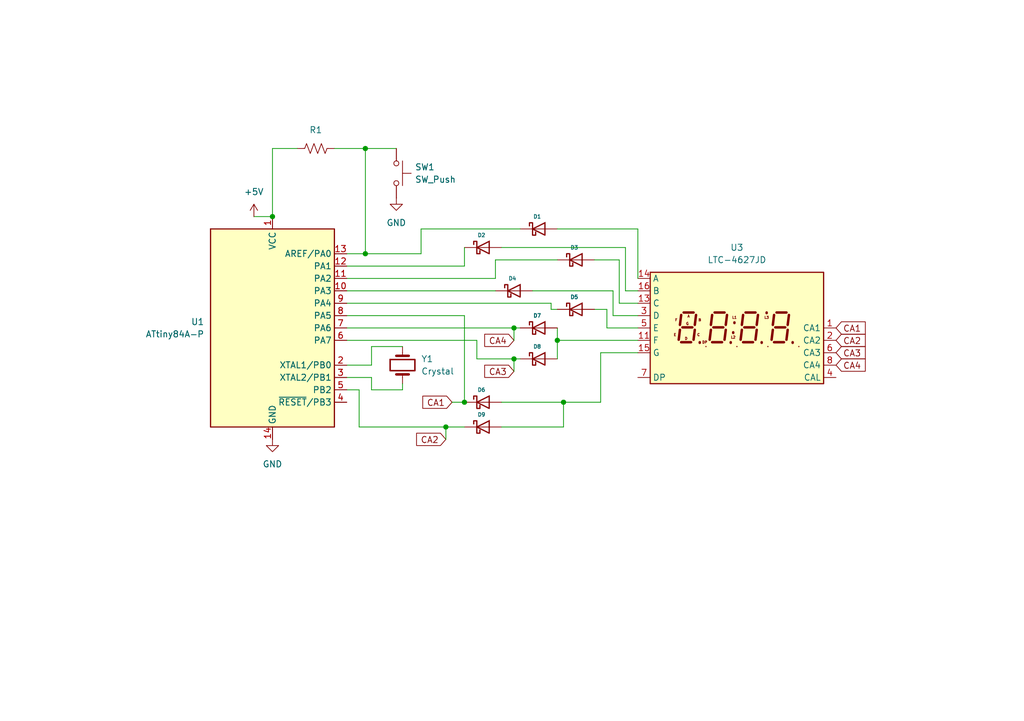
<source format=kicad_sch>
(kicad_sch (version 20250114) (generator "eeschema") (generator_version "9.0")
  (paper "A5")
  (title_block (title "Daft Watch"))
  (lib_symbols
    (symbol "Device:Crystal" (pin_numbers (hide yes)) (pin_names (offset 1.016) (hide yes))
      (property "Reference" "Y" (at 0 3.81 0))
      (property "Value" "Crystal" (at 0 -3.81 0))
      (symbol "Crystal_0_1"
        (polyline (pts (xy -2.54 0) (xy -1.905 0)))
        (polyline (pts (xy -1.905 -1.27) (xy -1.905 1.27)) (stroke (width 0.508)))
        (rectangle (start -1.143 2.54) (end 1.143 -2.54) (stroke (width 0.3048)))
        (polyline (pts (xy 1.905 -1.27) (xy 1.905 1.27)) (stroke (width 0.508)))
        (polyline (pts (xy 2.54 0) (xy 1.905 0)))
      )
      (symbol "Crystal_1_1"
        (pin passive line (at -3.81 0 0) (length 1.27) (name "1") (number "1"))
        (pin passive line (at 3.81 0 180) (length 1.27) (name "2") (number "2"))
      )
    )
    (symbol "Device:R_US" (pin_numbers (hide yes)) (pin_names (offset 0))
      (property "Reference" "R" (at 2.54 0 90))
      (property "Value" "R_US" (at -2.54 0 90))
      (symbol "R_US_0_1"
        (polyline (pts (xy 0 2.286) (xy 0 2.54)))
        (polyline (pts (xy 0 2.286) (xy 1.016 1.905) (xy 0 1.524) (xy -1.016 1.143) (xy 0 0.762)))
        (polyline (pts (xy 0 0.762) (xy 1.016 0.381) (xy 0 0) (xy -1.016 -0.381) (xy 0 -0.762)))
        (polyline (pts (xy 0 -0.762) (xy 1.016 -1.143) (xy 0 -1.524) (xy -1.016 -1.905) (xy 0 -2.286)))
        (polyline (pts (xy 0 -2.286) (xy 0 -2.54)))
      )
      (symbol "R_US_1_1"
        (pin passive line (at 0 3.81 270) (length 1.27) (name "~") (number "1"))
        (pin passive line (at 0 -3.81 90) (length 1.27) (name "~") (number "2"))
      )
    )
    (symbol "Diode:1N5819" (pin_numbers (hide yes)) (pin_names (offset 1.016) (hide yes))
      (property "Reference" "D" (at 0 2.54 0))
      (property "Value" "1N5819" (at 0 -2.54 0))
      (symbol "1N5819_0_1"
        (polyline (pts (xy -1.905 0.635) (xy -1.905 1.27) (xy -1.27 1.27) (xy -1.27 -1.27) (xy -0.635 -1.27) (xy -0.635 -0.635)) (stroke (width 0.254)))
        (polyline (pts (xy 1.27 1.27) (xy 1.27 -1.27) (xy -1.27 0) (xy 1.27 1.27)) (stroke (width 0.254)))
        (polyline (pts (xy 1.27 0) (xy -1.27 0)))
      )
      (symbol "1N5819_1_1"
        (pin passive line (at -3.81 0 0) (length 2.54) (name "K") (number "1"))
        (pin passive line (at 3.81 0 180) (length 2.54) (name "A") (number "2"))
      )
    )
    (symbol "Display_Character:LTC-4627JD"
      (property "Reference" "U" (at -17.78 12.7 0))
      (property "Value" "LTC-4627JD" (at 17.78 12.7 0))
      (symbol "LTC-4627JD_0_1"
        (rectangle (start -17.78 -11.43) (end 17.78 11.43) (stroke (width 0.254)) (fill (type background)))
        (rectangle (start -6.35 -3.81) (end -6.35 -3.81) (stroke (width 0.254)))
        (polyline (pts (xy -6.35 -3.81) (xy -6.35 -3.81)) (stroke (width 0.254)))
        (polyline (pts (xy 0 -3.81) (xy 0 -3.81)) (stroke (width 0.254)))
        (rectangle (start 0 -3.81) (end 0 -3.81) (stroke (width 0.254)))
        (polyline (pts (xy 6.35 -3.81) (xy 6.35 -3.81)) (stroke (width 0.254)))
        (rectangle (start 6.35 -3.81) (end 6.35 -3.81) (stroke (width 0.254)))
        (polyline (pts (xy 12.7 -3.81) (xy 12.7 -3.81)) (stroke (width 0.254)))
        (rectangle (start 12.7 -3.81) (end 12.7 -3.81) (stroke (width 0.254)))
      )
      (symbol "LTC-4627JD_1_0"
        (text "E" (at -12.7 -1.397 0) (effects (font (size 0.508 0.508))))
        (text "F" (at -12.446 1.651 0) (effects (font (size 0.508 0.508))))
        (text "D" (at -10.414 -2.159 0) (effects (font (size 0.508 0.508))))
        (text "G" (at -10.16 0.889 0) (effects (font (size 0.508 0.508))))
        (text "A" (at -9.906 2.413 0) (effects (font (size 0.508 0.508))))
        (text "C" (at -7.874 -1.397 0) (effects (font (size 0.508 0.508))))
        (text "B" (at -7.62 1.651 0) (effects (font (size 0.508 0.508))))
        (text "DP" (at -6.604 -2.921 0) (effects (font (size 0.508 0.508))))
        (text "L2" (at -0.762 -1.905 0) (effects (font (size 0.508 0.508))))
        (text "L1" (at -0.508 2.159 0) (effects (font (size 0.508 0.508))))
        (text "L3" (at 6.096 2.159 0) (effects (font (size 0.508 0.508))))
      )
      (symbol "LTC-4627JD_1_1"
        (polyline (pts (xy -11.684 -0.381) (xy -11.938 -2.413)) (stroke (width 0.508)))
        (polyline (pts (xy -11.43 2.667) (xy -11.684 0.635)) (stroke (width 0.508)))
        (polyline (pts (xy -11.43 -2.921) (xy -9.398 -2.921)) (stroke (width 0.508)))
        (polyline (pts (xy -11.176 0.127) (xy -9.144 0.127)) (stroke (width 0.508)))
        (polyline (pts (xy -10.922 3.175) (xy -8.89 3.175)) (stroke (width 0.508)))
        (polyline (pts (xy -8.636 -0.381) (xy -8.89 -2.413)) (stroke (width 0.508)))
        (polyline (pts (xy -8.382 2.667) (xy -8.636 0.635)) (stroke (width 0.508)))
        (polyline (pts (xy -7.62 -3.048) (xy -7.62 -2.921)) (stroke (width 0.508)))
        (polyline (pts (xy -5.334 -0.381) (xy -5.588 -2.413)) (stroke (width 0.508)))
        (polyline (pts (xy -5.08 2.667) (xy -5.334 0.635)) (stroke (width 0.508)))
        (polyline (pts (xy -5.08 -2.921) (xy -3.048 -2.921)) (stroke (width 0.508)))
        (polyline (pts (xy -4.826 0.127) (xy -2.794 0.127)) (stroke (width 0.508)))
        (polyline (pts (xy -4.572 3.175) (xy -2.54 3.175)) (stroke (width 0.508)))
        (polyline (pts (xy -2.286 -0.381) (xy -2.54 -2.413)) (stroke (width 0.508)))
        (polyline (pts (xy -2.032 2.667) (xy -2.286 0.635)) (stroke (width 0.508)))
        (polyline (pts (xy -1.27 -3.048) (xy -1.27 -2.921)) (stroke (width 0.508)))
        (polyline (pts (xy -0.762 -1.016) (xy -0.762 -0.889)) (stroke (width 0.508)))
        (polyline (pts (xy -0.508 1.016) (xy -0.508 1.143)) (stroke (width 0.508)))
        (polyline (pts (xy 1.016 -0.381) (xy 0.762 -2.413)) (stroke (width 0.508)))
        (polyline (pts (xy 1.27 2.667) (xy 1.016 0.635)) (stroke (width 0.508)))
        (polyline (pts (xy 1.27 -2.921) (xy 3.302 -2.921)) (stroke (width 0.508)))
        (polyline (pts (xy 1.524 0.127) (xy 3.556 0.127)) (stroke (width 0.508)))
        (polyline (pts (xy 1.778 3.175) (xy 3.81 3.175)) (stroke (width 0.508)))
        (polyline (pts (xy 4.064 -0.381) (xy 3.81 -2.413)) (stroke (width 0.508)))
        (polyline (pts (xy 4.318 2.667) (xy 4.064 0.635)) (stroke (width 0.508)))
        (polyline (pts (xy 5.08 -3.048) (xy 5.08 -2.921)) (stroke (width 0.508)))
        (polyline (pts (xy 6.096 3.048) (xy 6.096 3.175)) (stroke (width 0.508)))
        (polyline (pts (xy 7.366 -0.381) (xy 7.112 -2.413)) (stroke (width 0.508)))
        (polyline (pts (xy 7.62 2.667) (xy 7.366 0.635)) (stroke (width 0.508)))
        (polyline (pts (xy 7.62 -2.921) (xy 9.652 -2.921)) (stroke (width 0.508)))
        (polyline (pts (xy 7.874 0.127) (xy 9.906 0.127)) (stroke (width 0.508)))
        (polyline (pts (xy 8.128 3.175) (xy 10.16 3.175)) (stroke (width 0.508)))
        (polyline (pts (xy 10.414 -0.381) (xy 10.16 -2.413)) (stroke (width 0.508)))
        (polyline (pts (xy 10.668 2.667) (xy 10.414 0.635)) (stroke (width 0.508)))
        (polyline (pts (xy 11.43 -3.048) (xy 11.43 -2.921)) (stroke (width 0.508)))
        (pin input line (at -20.32 10.16 0) (length 2.54) (name "A") (number "14"))
        (pin input line (at -20.32 7.62 0) (length 2.54) (name "B") (number "16"))
        (pin input line (at -20.32 5.08 0) (length 2.54) (name "C") (number "13"))
        (pin input line (at -20.32 2.54 0) (length 2.54) (name "D") (number "3"))
        (pin input line (at -20.32 0 0) (length 2.54) (name "E") (number "5"))
        (pin input line (at -20.32 -2.54 0) (length 2.54) (name "F") (number "11"))
        (pin input line (at -20.32 -5.08 0) (length 2.54) (name "G") (number "15"))
        (pin input line (at -20.32 -10.16 0) (length 2.54) (name "DP") (number "7"))
        (pin no_connect line (at 17.78 7.62 180) (length 2.54) (hide yes) (name "NC") (number "9"))
        (pin input line (at 20.32 0 180) (length 2.54) (name "CA1") (number "1"))
        (pin input line (at 20.32 -2.54 180) (length 2.54) (name "CA2") (number "2"))
        (pin input line (at 20.32 -5.08 180) (length 2.54) (name "CA3") (number "6"))
        (pin input line (at 20.32 -7.62 180) (length 2.54) (name "CA4") (number "8"))
        (pin input line (at 20.32 -10.16 180) (length 2.54) (name "CAL") (number "4"))
      )
    )
    (symbol "MCU_Microchip_ATtiny:ATtiny84A-P"
      (property "Reference" "U" (at -12.7 21.59 0))
      (property "Value" "ATtiny84A-P" (at 2.54 -21.59 0))
      (symbol "ATtiny84A-P_0_1"
        (rectangle (start -12.7 -20.32) (end 12.7 20.32) (stroke (width 0.254)) (fill (type background)))
      )
      (symbol "ATtiny84A-P_1_1"
        (pin power_in line (at 0 22.86 270) (length 2.54) (name "VCC") (number "1"))
        (pin power_in line (at 0 -22.86 90) (length 2.54) (name "GND") (number "14"))
        (pin bidirectional line (at 15.24 15.24 180) (length 2.54) (name "AREF/PA0") (number "13"))
        (pin bidirectional line (at 15.24 12.7 180) (length 2.54) (name "PA1") (number "12"))
        (pin bidirectional line (at 15.24 10.16 180) (length 2.54) (name "PA2") (number "11"))
        (pin bidirectional line (at 15.24 7.62 180) (length 2.54) (name "PA3") (number "10"))
        (pin bidirectional line (at 15.24 5.08 180) (length 2.54) (name "PA4") (number "9"))
        (pin bidirectional line (at 15.24 2.54 180) (length 2.54) (name "PA5") (number "8"))
        (pin bidirectional line (at 15.24 0 180) (length 2.54) (name "PA6") (number "7"))
        (pin bidirectional line (at 15.24 -2.54 180) (length 2.54) (name "PA7") (number "6"))
        (pin bidirectional line (at 15.24 -7.62 180) (length 2.54) (name "XTAL1/PB0") (number "2"))
        (pin bidirectional line (at 15.24 -10.16 180) (length 2.54) (name "XTAL2/PB1") (number "3"))
        (pin bidirectional line (at 15.24 -12.7 180) (length 2.54) (name "PB2") (number "5"))
        (pin bidirectional line (at 15.24 -15.24 180) (length 2.54) (name "~{RESET}/PB3") (number "4"))
      )
    )
    (symbol "Switch:SW_Push" (pin_numbers (hide yes)) (pin_names (offset 1.016) (hide yes))
      (property "Reference" "SW" (at 1.27 2.54 0))
      (property "Value" "SW_Push" (at 0 -1.524 0))
      (symbol "SW_Push_0_1"
        (circle (center -2.032 0) (radius 0.508))
        (polyline (pts (xy 0 1.27) (xy 0 3.048)))
        (circle (center 2.032 0) (radius 0.508))
        (polyline (pts (xy 2.54 1.27) (xy -2.54 1.27)))
        (pin passive line (at -5.08 0 0) (length 2.54) (name "1") (number "1"))
        (pin passive line (at 5.08 0 180) (length 2.54) (name "2") (number "2"))
      )
    )
    (symbol "power:+5V" (power) (pin_numbers (hide yes)) (pin_names (offset 0) (hide yes))
      (property "Value" "+5V" (at 0 3.556 0))
      (symbol "+5V_0_1"
        (polyline (pts (xy -0.762 1.27) (xy 0 2.54)))
        (polyline (pts (xy 0 2.54) (xy 0.762 1.27)))
        (polyline (pts (xy 0 0) (xy 0 2.54)))
      )
      (symbol "+5V_1_1"
        (pin power_in line (at 0 0 90) (length 0) (name "~") (number "1"))
      )
    )
    (symbol "power:GND" (power) (pin_numbers (hide yes)) (pin_names (offset 0) (hide yes))
      (property "Value" "GND" (at 0 -3.81 0))
      (symbol "GND_0_1"
        (polyline (pts (xy 0 0) (xy 0 -1.27) (xy 1.27 -1.27) (xy 0 -2.54) (xy -1.27 -1.27) (xy 0 -1.27)))
      )
      (symbol "GND_1_1"
        (pin power_in line (at 0 0 270) (length 0) (name "~") (number "1"))
      )
    )
  )
  (junction (at 95.25 82.55))
  (junction (at 74.93 52.07))
  (junction (at 55.88 44.45))
  (junction (at 115.57 82.55))
  (junction (at 105.41 67.31))
  (junction (at 114.3 69.85))
  (junction (at 105.41 73.66))
  (junction (at 74.93 30.48))
  (junction (at 91.44 87.63))
  (wire (pts (xy 106.68 46.99) (xy 86.36 46.99)))
  (wire (pts (xy 113.03 63.5) (xy 113.03 62.23)))
  (wire (pts (xy 125.73 64.77) (xy 130.81 64.77)))
  (wire (pts (xy 101.6 57.15) (xy 101.6 53.34)))
  (wire (pts (xy 124.46 63.5) (xy 124.46 67.31)))
  (wire (pts (xy 74.93 52.07) (xy 71.12 52.07)))
  (wire (pts (xy 115.57 82.55) (xy 123.19 82.55)))
  (wire (pts (xy 101.6 53.34) (xy 114.3 53.34)))
  (wire (pts (xy 55.88 30.48) (xy 55.88 44.45)))
  (wire (pts (xy 128.27 50.8) (xy 128.27 59.69)))
  (wire (pts (xy 86.36 46.99) (xy 86.36 52.07)))
  (wire (pts (xy 114.3 67.31) (xy 114.3 69.85)))
  (wire (pts (xy 113.03 62.23) (xy 71.12 62.23)))
  (wire (pts (xy 109.22 59.69) (xy 125.73 59.69)))
  (wire (pts (xy 97.79 69.85) (xy 97.79 73.66)))
  (wire (pts (xy 76.2 71.12) (xy 82.55 71.12)))
  (wire (pts (xy 71.12 67.31) (xy 105.41 67.31)))
  (wire (pts (xy 74.93 52.07) (xy 86.36 52.07)))
  (wire (pts (xy 127 62.23) (xy 130.81 62.23)))
  (wire (pts (xy 73.66 80.01) (xy 71.12 80.01)))
  (wire (pts (xy 68.58 30.48) (xy 74.93 30.48)))
  (wire (pts (xy 121.92 53.34) (xy 127 53.34)))
  (wire (pts (xy 123.19 82.55) (xy 123.19 72.39)))
  (wire (pts (xy 73.66 87.63) (xy 73.66 80.01)))
  (wire (pts (xy 114.3 69.85) (xy 114.3 73.66)))
  (wire (pts (xy 71.12 59.69) (xy 101.6 59.69)))
  (wire (pts (xy 82.55 78.74) (xy 82.55 80.01)))
  (wire (pts (xy 102.87 50.8) (xy 128.27 50.8)))
  (wire (pts (xy 125.73 59.69) (xy 125.73 64.77)))
  (wire (pts (xy 76.2 71.12) (xy 76.2 74.93)))
  (wire (pts (xy 71.12 69.85) (xy 97.79 69.85)))
  (wire (pts (xy 97.79 73.66) (xy 105.41 73.66)))
  (wire (pts (xy 105.41 73.66) (xy 106.68 73.66)))
  (wire (pts (xy 95.25 87.63) (xy 91.44 87.63)))
  (wire (pts (xy 76.2 74.93) (xy 71.12 74.93)))
  (wire (pts (xy 128.27 59.69) (xy 130.81 59.69)))
  (wire (pts (xy 82.55 80.01) (xy 76.2 80.01)))
  (wire (pts (xy 60.96 30.48) (xy 55.88 30.48)))
  (wire (pts (xy 127 53.34) (xy 127 62.23)))
  (wire (pts (xy 91.44 87.63) (xy 73.66 87.63)))
  (wire (pts (xy 105.41 73.66) (xy 105.41 76.2)))
  (wire (pts (xy 105.41 67.31) (xy 105.41 69.85)))
  (wire (pts (xy 114.3 69.85) (xy 130.81 69.85)))
  (wire (pts (xy 105.41 67.31) (xy 106.68 67.31)))
  (wire (pts (xy 95.25 54.61) (xy 95.25 50.8)))
  (wire (pts (xy 71.12 57.15) (xy 101.6 57.15)))
  (wire (pts (xy 124.46 67.31) (xy 130.81 67.31)))
  (wire (pts (xy 91.44 87.63) (xy 91.44 90.17)))
  (wire (pts (xy 115.57 87.63) (xy 115.57 82.55)))
  (wire (pts (xy 92.71 82.55) (xy 95.25 82.55)))
  (wire (pts (xy 113.03 63.5) (xy 114.3 63.5)))
  (wire (pts (xy 52.07 44.45) (xy 55.88 44.45)))
  (wire (pts (xy 76.2 77.47) (xy 71.12 77.47)))
  (wire (pts (xy 102.87 82.55) (xy 115.57 82.55)))
  (wire (pts (xy 130.81 46.99) (xy 130.81 57.15)))
  (wire (pts (xy 74.93 30.48) (xy 74.93 52.07)))
  (wire (pts (xy 71.12 54.61) (xy 95.25 54.61)))
  (wire (pts (xy 71.12 64.77) (xy 95.25 64.77)))
  (wire (pts (xy 123.19 72.39) (xy 130.81 72.39)))
  (wire (pts (xy 76.2 80.01) (xy 76.2 77.47)))
  (wire (pts (xy 74.93 30.48) (xy 81.28 30.48)))
  (wire (pts (xy 95.25 64.77) (xy 95.25 82.55)))
  (wire (pts (xy 121.92 63.5) (xy 124.46 63.5)))
  (wire (pts (xy 114.3 46.99) (xy 130.81 46.99)))
  (wire (pts (xy 102.87 87.63) (xy 115.57 87.63)))
  (global_label "CA2" (shape input) (at 171.45 69.85 0) (property "Intersheetrefs" "${INTERSHEET_REFS}" (effects (hide yes))))
  (global_label "CA4" (shape input) (at 171.45 74.93 0) (property "Intersheetrefs" "${INTERSHEET_REFS}" (effects (hide yes))))
  (global_label "CA1" (shape input) (at 171.45 67.31 0) (property "Intersheetrefs" "${INTERSHEET_REFS}" (effects (hide yes))))
  (global_label "CA4" (shape input) (at 105.41 69.85 180) (property "Intersheetrefs" "${INTERSHEET_REFS}" (effects (hide yes))))
  (global_label "CA2" (shape input) (at 91.44 90.17 180) (property "Intersheetrefs" "${INTERSHEET_REFS}" (effects (hide yes))))
  (global_label "CA1" (shape input) (at 92.71 82.55 180) (property "Intersheetrefs" "${INTERSHEET_REFS}" (effects (hide yes))))
  (global_label "CA3" (shape input) (at 171.45 72.39 0) (property "Intersheetrefs" "${INTERSHEET_REFS}" (effects (hide yes))))
  (global_label "CA3" (shape input) (at 105.41 76.2 180) (property "Intersheetrefs" "${INTERSHEET_REFS}" (effects (hide yes))))
  (symbol (lib_id "power:GND") (at 55.88 90.17 0) (unit 1)
    (property "Reference" "#PWR01" (effects (hide yes)))
    (property "Value" "GND" (at 55.88 95.25 0))
    (property "Description" "Power symbol creates a global label with name \"GND\" , ground" (effects (hide yes)))
  )
  (symbol (lib_id "Diode:1N5819") (at 99.06 87.63 0) (unit 1)
    (property "Reference" "D9" (at 98.7425 85.09 0) (effects (font (size 0.762 0.762))))
    (property "Value" "1N5819" (effects (hide yes)))
    (property "Footprint" "Diode_THT:D_DO-41_SOD81_P10.16mm_Horizontal" (effects (hide yes)))
    (property "Datasheet" "http://www.vishay.com/docs/88525/1n5817.pdf" (effects (hide yes)))
    (property "Description" "40V 1A Schottky Barrier Rectifier Diode, DO-41" (effects (hide yes)))
  )
  (symbol (lib_id "Diode:1N5819") (at 118.11 63.5 0) (unit 1)
    (property "Reference" "D5" (at 117.7925 60.96 0) (effects (font (size 0.762 0.762))))
    (property "Value" "1N5819" (effects (hide yes)))
    (property "Footprint" "Diode_THT:D_DO-41_SOD81_P10.16mm_Horizontal" (effects (hide yes)))
    (property "Datasheet" "http://www.vishay.com/docs/88525/1n5817.pdf" (effects (hide yes)))
    (property "Description" "40V 1A Schottky Barrier Rectifier Diode, DO-41" (effects (hide yes)))
  )
  (symbol (lib_id "Diode:1N5819") (at 118.11 53.34 0) (unit 1)
    (property "Reference" "D3" (at 117.7925 50.8 0) (effects (font (size 0.762 0.762))))
    (property "Value" "1N5819" (effects (hide yes)))
    (property "Footprint" "Diode_THT:D_DO-41_SOD81_P10.16mm_Horizontal" (effects (hide yes)))
    (property "Datasheet" "http://www.vishay.com/docs/88525/1n5817.pdf" (effects (hide yes)))
    (property "Description" "40V 1A Schottky Barrier Rectifier Diode, DO-41" (effects (hide yes)))
  )
  (symbol (lib_id "MCU_Microchip_ATtiny:ATtiny84A-P") (at 55.88 67.31 0) (unit 1)
    (property "Reference" "U1" (at 41.91 66.0399 0) (effects (justify right)))
    (property "Value" "ATtiny84A-P" (at 41.91 68.5799 0) (effects (justify right)))
    (property "Footprint" "Package_DIP:DIP-14_W7.62mm" (effects (hide yes)))
    (property "Datasheet" "http://ww1.microchip.com/downloads/en/DeviceDoc/doc8183.pdf" (effects (hide yes)))
    (property "Description" "20MHz, 8kB Flash, 512B SRAM, 512B EEPROM, debugWIRE, DIP-14" (effects (hide yes)))
  )
  (symbol (lib_id "Diode:1N5819") (at 110.49 46.99 0) (unit 1)
    (property "Reference" "D1" (at 110.1725 44.45 0) (effects (font (size 0.762 0.762))))
    (property "Value" "1N5819" (effects (hide yes)))
    (property "Footprint" "Diode_THT:D_DO-41_SOD81_P10.16mm_Horizontal" (effects (hide yes)))
    (property "Datasheet" "http://www.vishay.com/docs/88525/1n5817.pdf" (effects (hide yes)))
    (property "Description" "40V 1A Schottky Barrier Rectifier Diode, DO-41" (effects (hide yes)))
  )
  (symbol (lib_id "power:GND") (at 81.28 40.64 0) (unit 1)
    (property "Reference" "#PWR03" (effects (hide yes)))
    (property "Value" "GND" (at 81.28 45.72 0))
    (property "Description" "Power symbol creates a global label with name \"GND\" , ground" (effects (hide yes)))
  )
  (symbol (lib_id "Diode:1N5819") (at 105.41 59.69 0) (unit 1)
    (property "Reference" "D4" (at 105.0925 57.15 0) (effects (font (size 0.762 0.762))))
    (property "Value" "1N5819" (effects (hide yes)))
    (property "Footprint" "Diode_THT:D_DO-41_SOD81_P10.16mm_Horizontal" (effects (hide yes)))
    (property "Datasheet" "http://www.vishay.com/docs/88525/1n5817.pdf" (effects (hide yes)))
    (property "Description" "40V 1A Schottky Barrier Rectifier Diode, DO-41" (effects (hide yes)))
  )
  (symbol (lib_id "Diode:1N5819") (at 110.49 73.66 0) (unit 1)
    (property "Reference" "D8" (at 110.1725 71.12 0) (effects (font (size 0.762 0.762))))
    (property "Value" "1N5819" (effects (hide yes)))
    (property "Footprint" "Diode_THT:D_DO-41_SOD81_P10.16mm_Horizontal" (effects (hide yes)))
    (property "Datasheet" "http://www.vishay.com/docs/88525/1n5817.pdf" (effects (hide yes)))
    (property "Description" "40V 1A Schottky Barrier Rectifier Diode, DO-41" (effects (hide yes)))
  )
  (symbol (lib_id "Display_Character:LTC-4627JD") (at 151.13 67.31 0) (unit 1)
    (property "Reference" "U3" (at 151.13 50.8 0))
    (property "Value" "LTC-4627JD" (at 151.13 53.34 0))
    (property "Footprint" "Display_7Segment:LTC-4627Jx" (effects (hide yes)))
    (property "Datasheet" "http://optoelectronics.liteon.com/upload/download/DS30-2001-093/LTC-4627JD.pdf" (effects (hide yes)))
    (property "Description" "4 digit 7 segment hyper red, common anode" (effects (hide yes)))
  )
  (symbol (lib_id "Device:R_US") (at 64.77 30.48 90) (unit 1)
    (property "Reference" "R1" (at 64.77 26.67 90))
    (property "Value" "R_US" (effects (hide yes)))
    (property "Footprint" "Resistor_THT:R_Axial_DIN0207_L6.3mm_D2.5mm_P7.62mm_Horizontal" (effects (hide yes)))
    (property "Description" "Resistor, US symbol" (effects (hide yes)))
  )
  (symbol (lib_id "Diode:1N5819") (at 110.49 67.31 0) (unit 1)
    (property "Reference" "D7" (at 110.1725 64.77 0) (effects (font (size 0.762 0.762))))
    (property "Value" "1N5819" (effects (hide yes)))
    (property "Footprint" "Diode_THT:D_DO-41_SOD81_P10.16mm_Horizontal" (effects (hide yes)))
    (property "Datasheet" "http://www.vishay.com/docs/88525/1n5817.pdf" (effects (hide yes)))
    (property "Description" "40V 1A Schottky Barrier Rectifier Diode, DO-41" (effects (hide yes)))
  )
  (symbol (lib_id "Switch:SW_Push") (at 81.28 35.56 270) (unit 1)
    (property "Reference" "SW1" (at 85.09 34.2899 90) (effects (justify left)))
    (property "Value" "SW_Push" (at 85.09 36.8299 90) (effects (justify left)))
    (property "Footprint" "Button_Switch_THT:SW_PUSH_6mm" (effects (hide yes)))
    (property "Description" "Push button switch, generic, two pins" (effects (hide yes)))
  )
  (symbol (lib_id "power:+5V") (at 52.07 44.45 0) (unit 1)
    (property "Reference" "#PWR02" (effects (hide yes)))
    (property "Value" "+5V" (at 52.07 39.37 0))
    (property "Description" "Power symbol creates a global label with name \"+5V\"" (effects (hide yes)))
  )
  (symbol (lib_id "Diode:1N5819") (at 99.06 82.55 0) (unit 1)
    (property "Reference" "D6" (at 98.7425 80.01 0) (effects (font (size 0.762 0.762))))
    (property "Value" "1N5819" (effects (hide yes)))
    (property "Footprint" "Diode_THT:D_DO-41_SOD81_P10.16mm_Horizontal" (effects (hide yes)))
    (property "Datasheet" "http://www.vishay.com/docs/88525/1n5817.pdf" (effects (hide yes)))
    (property "Description" "40V 1A Schottky Barrier Rectifier Diode, DO-41" (effects (hide yes)))
  )
  (symbol (lib_id "Diode:1N5819") (at 99.06 50.8 0) (unit 1)
    (property "Reference" "D2" (at 98.7425 48.26 0) (effects (font (size 0.762 0.762))))
    (property "Value" "1N5819" (effects (hide yes)))
    (property "Footprint" "Diode_THT:D_DO-41_SOD81_P10.16mm_Horizontal" (effects (hide yes)))
    (property "Datasheet" "http://www.vishay.com/docs/88525/1n5817.pdf" (effects (hide yes)))
    (property "Description" "40V 1A Schottky Barrier Rectifier Diode, DO-41" (effects (hide yes)))
  )
  (symbol (lib_id "Device:Crystal") (at 82.55 74.93 90) (unit 1)
    (property "Reference" "Y1" (at 86.36 73.6599 90) (effects (justify right)))
    (property "Value" "Crystal" (at 86.36 76.1999 90) (effects (justify right)))
    (property "Footprint" "Crystal:Crystal_Round_D1.5mm_Vertical" (effects (hide yes)))
    (property "Description" "Two pin crystal" (effects (hide yes)))
  )
)
</source>
